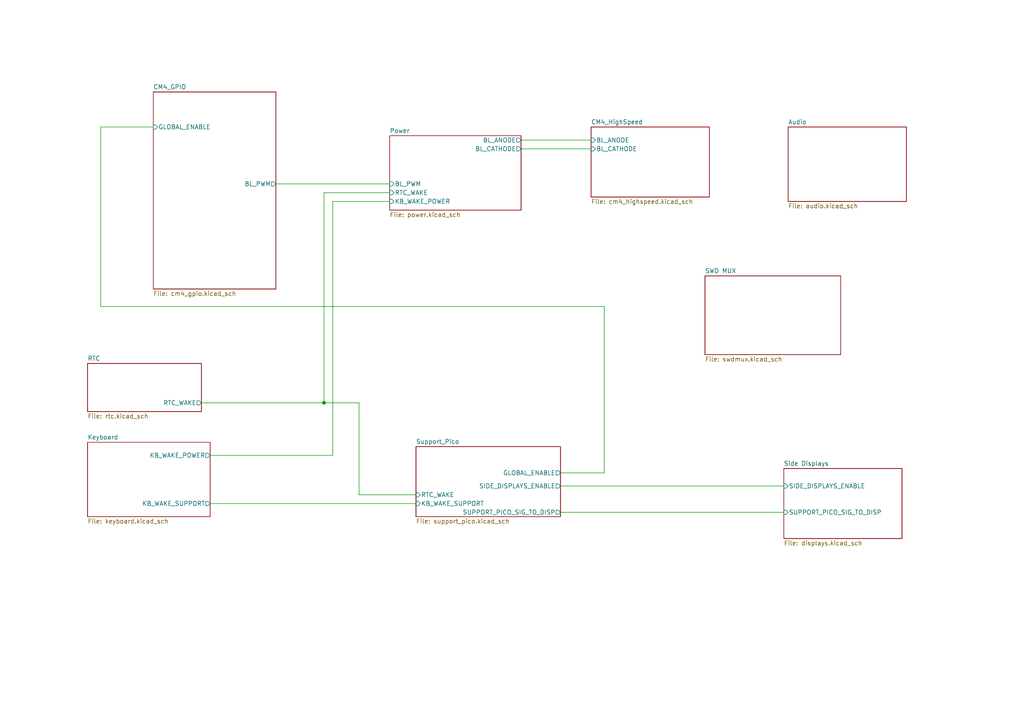
<source format=kicad_sch>
(kicad_sch
	(version 20231120)
	(generator "eeschema")
	(generator_version "8.0")
	(uuid "fdce8012-5f35-4f58-8abb-80214b4af8fe")
	(paper "A4")
	(title_block
		(title "Z88R - Z88 Recreated")
		(date "2024-08-23")
		(rev "20240823")
		(company "Fountain and Menadue")
	)
	(lib_symbols)
	(junction
		(at 93.98 116.84)
		(diameter 0)
		(color 0 0 0 0)
		(uuid "c3cedb10-76f0-4b7a-8dbf-7d763999e33d")
	)
	(wire
		(pts
			(xy 151.13 40.64) (xy 171.45 40.64)
		)
		(stroke
			(width 0)
			(type default)
		)
		(uuid "05760f42-a778-42a8-9228-8ef8b2af7329")
	)
	(wire
		(pts
			(xy 151.13 43.18) (xy 171.45 43.18)
		)
		(stroke
			(width 0)
			(type default)
		)
		(uuid "223cd837-5551-40e3-b1aa-ad6900a6d5dd")
	)
	(wire
		(pts
			(xy 175.26 88.9) (xy 175.26 137.16)
		)
		(stroke
			(width 0)
			(type default)
		)
		(uuid "2f901dfd-a7b6-4389-bf4e-49a93bfbc39f")
	)
	(wire
		(pts
			(xy 104.14 116.84) (xy 104.14 143.51)
		)
		(stroke
			(width 0)
			(type default)
		)
		(uuid "3139541e-980a-46c5-a35c-3e39d55c4181")
	)
	(wire
		(pts
			(xy 93.98 55.88) (xy 113.03 55.88)
		)
		(stroke
			(width 0)
			(type default)
		)
		(uuid "46d19529-89dc-453d-a51d-3f8de613de08")
	)
	(wire
		(pts
			(xy 162.56 148.59) (xy 227.33 148.59)
		)
		(stroke
			(width 0)
			(type default)
		)
		(uuid "66b7ee2f-55cb-4cb8-9fca-eaebe484d910")
	)
	(wire
		(pts
			(xy 104.14 116.84) (xy 93.98 116.84)
		)
		(stroke
			(width 0)
			(type default)
		)
		(uuid "6e4b27c3-35d0-42cf-b592-9dc8a0b05918")
	)
	(wire
		(pts
			(xy 175.26 137.16) (xy 162.56 137.16)
		)
		(stroke
			(width 0)
			(type default)
		)
		(uuid "7361d873-54ed-4bff-bf97-447f571ff314")
	)
	(wire
		(pts
			(xy 96.52 58.42) (xy 113.03 58.42)
		)
		(stroke
			(width 0)
			(type default)
		)
		(uuid "7b0aa0a1-9c60-406a-839c-78453726c5e7")
	)
	(wire
		(pts
			(xy 60.96 146.05) (xy 120.65 146.05)
		)
		(stroke
			(width 0)
			(type default)
		)
		(uuid "807de82a-cc20-4e37-81f9-a89034183509")
	)
	(wire
		(pts
			(xy 93.98 116.84) (xy 58.42 116.84)
		)
		(stroke
			(width 0)
			(type default)
		)
		(uuid "8245770e-8e32-4e89-8747-19874c367448")
	)
	(wire
		(pts
			(xy 29.21 36.83) (xy 29.21 88.9)
		)
		(stroke
			(width 0)
			(type default)
		)
		(uuid "84de6147-fa78-4214-90d3-492f90a0ab10")
	)
	(wire
		(pts
			(xy 162.56 140.97) (xy 227.33 140.97)
		)
		(stroke
			(width 0)
			(type default)
		)
		(uuid "89540ec6-1775-4746-81cc-7a42bd9a43a6")
	)
	(wire
		(pts
			(xy 29.21 36.83) (xy 44.45 36.83)
		)
		(stroke
			(width 0)
			(type default)
		)
		(uuid "8997dd5a-4b4f-4435-9594-960fac61ddd2")
	)
	(wire
		(pts
			(xy 80.01 53.34) (xy 113.03 53.34)
		)
		(stroke
			(width 0)
			(type default)
		)
		(uuid "8f9a00d8-6a05-43bf-9040-60cf8b5e062f")
	)
	(wire
		(pts
			(xy 96.52 132.08) (xy 96.52 58.42)
		)
		(stroke
			(width 0)
			(type default)
		)
		(uuid "a4fcd6cd-a56e-41cd-9ea6-f5c248001590")
	)
	(wire
		(pts
			(xy 104.14 143.51) (xy 120.65 143.51)
		)
		(stroke
			(width 0)
			(type default)
		)
		(uuid "bb8aebbf-db01-4bcf-ba64-da4422acc04b")
	)
	(wire
		(pts
			(xy 29.21 88.9) (xy 175.26 88.9)
		)
		(stroke
			(width 0)
			(type default)
		)
		(uuid "bc1141a4-b2af-4dca-9518-42d3349ac740")
	)
	(wire
		(pts
			(xy 93.98 55.88) (xy 93.98 116.84)
		)
		(stroke
			(width 0)
			(type default)
		)
		(uuid "bd038c74-0deb-4b53-be62-9638ab0182cb")
	)
	(wire
		(pts
			(xy 60.96 132.08) (xy 96.52 132.08)
		)
		(stroke
			(width 0)
			(type default)
		)
		(uuid "f2e520fe-bb4d-456b-b6b4-a9dd19d3f5f9")
	)
	(sheet
		(at 120.65 129.54)
		(size 41.91 20.32)
		(fields_autoplaced yes)
		(stroke
			(width 0.1524)
			(type solid)
		)
		(fill
			(color 0 0 0 0.0000)
		)
		(uuid "473923ee-4723-4e62-9c3b-b8c36a40674a")
		(property "Sheetname" "Support_Pico"
			(at 120.65 128.8284 0)
			(effects
				(font
					(size 1.27 1.27)
				)
				(justify left bottom)
			)
		)
		(property "Sheetfile" "support_pico.kicad_sch"
			(at 120.65 150.4446 0)
			(effects
				(font
					(size 1.27 1.27)
				)
				(justify left top)
			)
		)
		(pin "SIDE_DISPLAYS_ENABLE" output
			(at 162.56 140.97 0)
			(effects
				(font
					(size 1.27 1.27)
				)
				(justify right)
			)
			(uuid "86161faf-a7d4-408f-ada0-b6ca77ca1b19")
		)
		(pin "RTC_WAKE" input
			(at 120.65 143.51 180)
			(effects
				(font
					(size 1.27 1.27)
				)
				(justify left)
			)
			(uuid "06783c4b-a4ed-4717-8cb1-95a2c8f646fc")
		)
		(pin "KB_WAKE_SUPPORT" input
			(at 120.65 146.05 180)
			(effects
				(font
					(size 1.27 1.27)
				)
				(justify left)
			)
			(uuid "b255e883-2c3e-4b6d-85b2-1e41b5db6fb8")
		)
		(pin "GLOBAL_ENABLE" output
			(at 162.56 137.16 0)
			(effects
				(font
					(size 1.27 1.27)
				)
				(justify right)
			)
			(uuid "1ce7b1a7-ffc3-4ac9-b8ca-0b463bce4912")
		)
		(pin "SUPPORT_PICO_SIG_TO_DISP" output
			(at 162.56 148.59 0)
			(effects
				(font
					(size 1.27 1.27)
				)
				(justify right)
			)
			(uuid "951ead86-01db-410b-b296-58f89767a337")
		)
		(instances
			(project "z88_new"
				(path "/fdce8012-5f35-4f58-8abb-80214b4af8fe"
					(page "7")
				)
			)
		)
	)
	(sheet
		(at 25.4 105.41)
		(size 33.02 13.97)
		(fields_autoplaced yes)
		(stroke
			(width 0.1524)
			(type solid)
		)
		(fill
			(color 0 0 0 0.0000)
		)
		(uuid "60965c3c-ccd5-4bfc-99df-a9198f5da7e0")
		(property "Sheetname" "RTC"
			(at 25.4 104.6984 0)
			(effects
				(font
					(size 1.27 1.27)
				)
				(justify left bottom)
			)
		)
		(property "Sheetfile" "rtc.kicad_sch"
			(at 25.4 119.9646 0)
			(effects
				(font
					(size 1.27 1.27)
				)
				(justify left top)
			)
		)
		(pin "RTC_WAKE" output
			(at 58.42 116.84 0)
			(effects
				(font
					(size 1.27 1.27)
				)
				(justify right)
			)
			(uuid "391723a5-336b-4bbe-83e6-cf3c17f3b3ac")
		)
		(instances
			(project "z88_new"
				(path "/fdce8012-5f35-4f58-8abb-80214b4af8fe"
					(page "8")
				)
			)
		)
	)
	(sheet
		(at 25.4 128.27)
		(size 35.56 21.59)
		(fields_autoplaced yes)
		(stroke
			(width 0.1524)
			(type solid)
		)
		(fill
			(color 0 0 0 0.0000)
		)
		(uuid "611ade0a-1c77-478f-8f5a-a9824ea3de3f")
		(property "Sheetname" "Keyboard"
			(at 25.4 127.5584 0)
			(effects
				(font
					(size 1.27 1.27)
				)
				(justify left bottom)
			)
		)
		(property "Sheetfile" "keyboard.kicad_sch"
			(at 25.4 150.4446 0)
			(effects
				(font
					(size 1.27 1.27)
				)
				(justify left top)
			)
		)
		(pin "KB_WAKE_SUPPORT" output
			(at 60.96 146.05 0)
			(effects
				(font
					(size 1.27 1.27)
				)
				(justify right)
			)
			(uuid "7a3be624-5697-4143-98d2-d50b775c03e4")
		)
		(pin "KB_WAKE_POWER" output
			(at 60.96 132.08 0)
			(effects
				(font
					(size 1.27 1.27)
				)
				(justify right)
			)
			(uuid "e20e47e3-424e-4b76-badf-075bec43f7ee")
		)
		(instances
			(project "z88_new"
				(path "/fdce8012-5f35-4f58-8abb-80214b4af8fe"
					(page "2")
				)
			)
		)
	)
	(sheet
		(at 113.03 39.37)
		(size 38.1 21.59)
		(fields_autoplaced yes)
		(stroke
			(width 0.1524)
			(type solid)
		)
		(fill
			(color 0 0 0 0.0000)
		)
		(uuid "6434ccfa-7df9-4cde-838e-fd2ac0b6c30c")
		(property "Sheetname" "Power"
			(at 113.03 38.6584 0)
			(effects
				(font
					(size 1.27 1.27)
				)
				(justify left bottom)
			)
		)
		(property "Sheetfile" "power.kicad_sch"
			(at 113.03 61.5446 0)
			(effects
				(font
					(size 1.27 1.27)
				)
				(justify left top)
			)
		)
		(pin "BL_ANODE" output
			(at 151.13 40.64 0)
			(effects
				(font
					(size 1.27 1.27)
				)
				(justify right)
			)
			(uuid "612be5eb-f33f-44a7-be09-2eee973791c9")
		)
		(pin "BL_CATHODE" output
			(at 151.13 43.18 0)
			(effects
				(font
					(size 1.27 1.27)
				)
				(justify right)
			)
			(uuid "dcedda10-641c-4998-8a30-5542542d90f4")
		)
		(pin "BL_PWM" input
			(at 113.03 53.34 180)
			(effects
				(font
					(size 1.27 1.27)
				)
				(justify left)
			)
			(uuid "82151a77-161f-44a9-82ab-af817e034543")
		)
		(pin "KB_WAKE_POWER" input
			(at 113.03 58.42 180)
			(effects
				(font
					(size 1.27 1.27)
				)
				(justify left)
			)
			(uuid "10edca40-14c7-4abe-83f5-44b0e50e9ea8")
		)
		(pin "RTC_WAKE" input
			(at 113.03 55.88 180)
			(effects
				(font
					(size 1.27 1.27)
				)
				(justify left)
			)
			(uuid "6bbde8cc-9d46-4db7-8ae1-fc603bd302fd")
		)
		(instances
			(project "z88_new"
				(path "/fdce8012-5f35-4f58-8abb-80214b4af8fe"
					(page "5")
				)
			)
		)
	)
	(sheet
		(at 228.6 36.83)
		(size 34.29 21.59)
		(fields_autoplaced yes)
		(stroke
			(width 0.1524)
			(type solid)
		)
		(fill
			(color 0 0 0 0.0000)
		)
		(uuid "86bb6f64-e7a3-4051-823f-e8508ef11acf")
		(property "Sheetname" "Audio"
			(at 228.6 36.1184 0)
			(effects
				(font
					(size 1.27 1.27)
				)
				(justify left bottom)
			)
		)
		(property "Sheetfile" "audio.kicad_sch"
			(at 228.6 59.0046 0)
			(effects
				(font
					(size 1.27 1.27)
				)
				(justify left top)
			)
		)
		(instances
			(project "z88_new"
				(path "/fdce8012-5f35-4f58-8abb-80214b4af8fe"
					(page "10")
				)
			)
		)
	)
	(sheet
		(at 171.45 36.83)
		(size 34.29 20.32)
		(fields_autoplaced yes)
		(stroke
			(width 0.1524)
			(type solid)
		)
		(fill
			(color 0 0 0 0.0000)
		)
		(uuid "8ddb6376-5a6e-41ae-9d91-9d7c87ad33ec")
		(property "Sheetname" "CM4_HighSpeed"
			(at 171.45 36.1184 0)
			(effects
				(font
					(size 1.27 1.27)
				)
				(justify left bottom)
			)
		)
		(property "Sheetfile" "cm4_highspeed.kicad_sch"
			(at 171.45 57.7346 0)
			(effects
				(font
					(size 1.27 1.27)
				)
				(justify left top)
			)
		)
		(pin "BL_ANODE" input
			(at 171.45 40.64 180)
			(effects
				(font
					(size 1.27 1.27)
				)
				(justify left)
			)
			(uuid "9d0da279-440c-4b29-a63a-2dda0f35894c")
		)
		(pin "BL_CATHODE" input
			(at 171.45 43.18 180)
			(effects
				(font
					(size 1.27 1.27)
				)
				(justify left)
			)
			(uuid "878528e6-3ccb-49bf-b36e-e964607bece8")
		)
		(instances
			(project "z88_new"
				(path "/fdce8012-5f35-4f58-8abb-80214b4af8fe"
					(page "3")
				)
			)
		)
	)
	(sheet
		(at 204.47 80.01)
		(size 39.37 22.86)
		(fields_autoplaced yes)
		(stroke
			(width 0.1524)
			(type solid)
		)
		(fill
			(color 0 0 0 0.0000)
		)
		(uuid "a77ef2bd-e252-49fb-bafe-76bf661b7991")
		(property "Sheetname" "SWD MUX"
			(at 204.47 79.2984 0)
			(effects
				(font
					(size 1.27 1.27)
				)
				(justify left bottom)
			)
		)
		(property "Sheetfile" "swdmux.kicad_sch"
			(at 204.47 103.4546 0)
			(effects
				(font
					(size 1.27 1.27)
				)
				(justify left top)
			)
		)
		(instances
			(project "z88_new"
				(path "/fdce8012-5f35-4f58-8abb-80214b4af8fe"
					(page "9")
				)
			)
		)
	)
	(sheet
		(at 227.33 135.89)
		(size 34.29 20.32)
		(fields_autoplaced yes)
		(stroke
			(width 0.1524)
			(type solid)
		)
		(fill
			(color 0 0 0 0.0000)
		)
		(uuid "b021e735-62db-4e44-b9a4-83c0ced3ecfd")
		(property "Sheetname" "Side Displays"
			(at 227.33 135.1784 0)
			(effects
				(font
					(size 1.27 1.27)
				)
				(justify left bottom)
			)
		)
		(property "Sheetfile" "displays.kicad_sch"
			(at 227.33 156.7946 0)
			(effects
				(font
					(size 1.27 1.27)
				)
				(justify left top)
			)
		)
		(pin "SIDE_DISPLAYS_ENABLE" input
			(at 227.33 140.97 180)
			(effects
				(font
					(size 1.27 1.27)
				)
				(justify left)
			)
			(uuid "ef80b0fa-ca1c-42ca-9888-f82e38eee389")
		)
		(pin "SUPPORT_PICO_SIG_TO_DISP" input
			(at 227.33 148.59 180)
			(effects
				(font
					(size 1.27 1.27)
				)
				(justify left)
			)
			(uuid "af4a270d-72cd-4c0f-ad3d-c537c2b94d1c")
		)
		(instances
			(project "z88_new"
				(path "/fdce8012-5f35-4f58-8abb-80214b4af8fe"
					(page "6")
				)
			)
		)
	)
	(sheet
		(at 44.45 26.67)
		(size 35.56 57.15)
		(fields_autoplaced yes)
		(stroke
			(width 0.1524)
			(type solid)
		)
		(fill
			(color 0 0 0 0.0000)
		)
		(uuid "cd15a5fd-9317-456a-844b-3d9269d12c2d")
		(property "Sheetname" "CM4_GPIO"
			(at 44.45 25.9584 0)
			(effects
				(font
					(size 1.27 1.27)
				)
				(justify left bottom)
			)
		)
		(property "Sheetfile" "cm4_gpio.kicad_sch"
			(at 44.45 84.4046 0)
			(effects
				(font
					(size 1.27 1.27)
				)
				(justify left top)
			)
		)
		(pin "BL_PWM" output
			(at 80.01 53.34 0)
			(effects
				(font
					(size 1.27 1.27)
				)
				(justify right)
			)
			(uuid "9e858da7-6193-4f7a-ba9b-a5f19e392798")
		)
		(pin "GLOBAL_ENABLE" input
			(at 44.45 36.83 180)
			(effects
				(font
					(size 1.27 1.27)
				)
				(justify left)
			)
			(uuid "7f203f3c-aa72-4a15-9807-1e6eb08058d4")
		)
		(instances
			(project "z88_new"
				(path "/fdce8012-5f35-4f58-8abb-80214b4af8fe"
					(page "4")
				)
			)
		)
	)
	(sheet_instances
		(path "/"
			(page "1")
		)
	)
)

</source>
